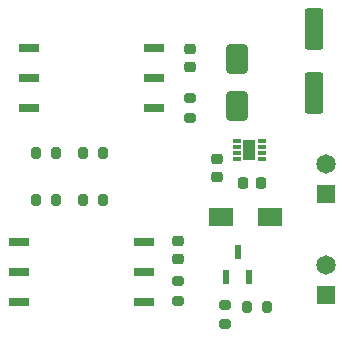
<source format=gtl>
%TF.GenerationSoftware,KiCad,Pcbnew,9.0.5-9.0.5~ubuntu24.04.1*%
%TF.CreationDate,2025-10-25T11:16:37+03:00*%
%TF.ProjectId,Blood pressure sensor,426c6f6f-6420-4707-9265-737375726520,rev?*%
%TF.SameCoordinates,Original*%
%TF.FileFunction,Copper,L1,Top*%
%TF.FilePolarity,Positive*%
%FSLAX46Y46*%
G04 Gerber Fmt 4.6, Leading zero omitted, Abs format (unit mm)*
G04 Created by KiCad (PCBNEW 9.0.5-9.0.5~ubuntu24.04.1) date 2025-10-25 11:16:37*
%MOMM*%
%LPD*%
G01*
G04 APERTURE LIST*
G04 Aperture macros list*
%AMRoundRect*
0 Rectangle with rounded corners*
0 $1 Rounding radius*
0 $2 $3 $4 $5 $6 $7 $8 $9 X,Y pos of 4 corners*
0 Add a 4 corners polygon primitive as box body*
4,1,4,$2,$3,$4,$5,$6,$7,$8,$9,$2,$3,0*
0 Add four circle primitives for the rounded corners*
1,1,$1+$1,$2,$3*
1,1,$1+$1,$4,$5*
1,1,$1+$1,$6,$7*
1,1,$1+$1,$8,$9*
0 Add four rect primitives between the rounded corners*
20,1,$1+$1,$2,$3,$4,$5,0*
20,1,$1+$1,$4,$5,$6,$7,0*
20,1,$1+$1,$6,$7,$8,$9,0*
20,1,$1+$1,$8,$9,$2,$3,0*%
G04 Aperture macros list end*
%TA.AperFunction,SMDPad,CuDef*%
%ADD10RoundRect,0.250000X-0.550000X1.500000X-0.550000X-1.500000X0.550000X-1.500000X0.550000X1.500000X0*%
%TD*%
%TA.AperFunction,SMDPad,CuDef*%
%ADD11RoundRect,0.200000X-0.200000X-0.275000X0.200000X-0.275000X0.200000X0.275000X-0.200000X0.275000X0*%
%TD*%
%TA.AperFunction,ComponentPad*%
%ADD12R,1.650000X1.650000*%
%TD*%
%TA.AperFunction,ComponentPad*%
%ADD13C,1.650000*%
%TD*%
%TA.AperFunction,SMDPad,CuDef*%
%ADD14RoundRect,0.225000X-0.225000X-0.250000X0.225000X-0.250000X0.225000X0.250000X-0.225000X0.250000X0*%
%TD*%
%TA.AperFunction,SMDPad,CuDef*%
%ADD15R,0.700000X0.300000*%
%TD*%
%TA.AperFunction,SMDPad,CuDef*%
%ADD16R,1.000000X1.700000*%
%TD*%
%TA.AperFunction,SMDPad,CuDef*%
%ADD17RoundRect,0.200000X0.275000X-0.200000X0.275000X0.200000X-0.275000X0.200000X-0.275000X-0.200000X0*%
%TD*%
%TA.AperFunction,SMDPad,CuDef*%
%ADD18R,2.100000X1.500000*%
%TD*%
%TA.AperFunction,SMDPad,CuDef*%
%ADD19RoundRect,0.225000X0.250000X-0.225000X0.250000X0.225000X-0.250000X0.225000X-0.250000X-0.225000X0*%
%TD*%
%TA.AperFunction,SMDPad,CuDef*%
%ADD20RoundRect,0.200000X0.200000X0.275000X-0.200000X0.275000X-0.200000X-0.275000X0.200000X-0.275000X0*%
%TD*%
%TA.AperFunction,SMDPad,CuDef*%
%ADD21R,0.600000X1.300000*%
%TD*%
%TA.AperFunction,SMDPad,CuDef*%
%ADD22R,1.750000X0.650000*%
%TD*%
%TA.AperFunction,SMDPad,CuDef*%
%ADD23RoundRect,0.200000X-0.275000X0.200000X-0.275000X-0.200000X0.275000X-0.200000X0.275000X0.200000X0*%
%TD*%
%TA.AperFunction,SMDPad,CuDef*%
%ADD24RoundRect,0.250000X-0.650000X1.000000X-0.650000X-1.000000X0.650000X-1.000000X0.650000X1.000000X0*%
%TD*%
G04 APERTURE END LIST*
D10*
%TO.P,C5,1*%
%TO.N,+6V*%
X138500000Y-77000000D03*
%TO.P,C5,2*%
%TO.N,GND*%
X138500000Y-82400000D03*
%TD*%
D11*
%TO.P,R5,1*%
%TO.N,+3.3V*%
X119000000Y-91500000D03*
%TO.P,R5,2*%
%TO.N,/MISO*%
X120650000Y-91500000D03*
%TD*%
D12*
%TO.P,J1,1,1*%
%TO.N,Net-(IC3-OUT1)*%
X139500000Y-91000000D03*
D13*
%TO.P,J1,2,2*%
%TO.N,Net-(IC3-OUT2)*%
X139500000Y-88460000D03*
%TD*%
D14*
%TO.P,C3,1*%
%TO.N,GND*%
X132500000Y-90000000D03*
%TO.P,C3,2*%
%TO.N,+6V*%
X134050000Y-90000000D03*
%TD*%
D15*
%TO.P,IC3,1,VM*%
%TO.N,+6V*%
X134100000Y-88000000D03*
%TO.P,IC3,2,OUT1*%
%TO.N,Net-(IC3-OUT1)*%
X134100000Y-87500000D03*
%TO.P,IC3,3,OUT2*%
%TO.N,Net-(IC3-OUT2)*%
X134100000Y-87000000D03*
%TO.P,IC3,4,GND*%
%TO.N,GND*%
X134100000Y-86500000D03*
%TO.P,IC3,5,IN2*%
%TO.N,/PWM2*%
X132000000Y-86500000D03*
%TO.P,IC3,6,IN1*%
%TO.N,/PWM1*%
X132000000Y-87000000D03*
%TO.P,IC3,7,NSLEEP*%
%TO.N,/SLEEP*%
X132000000Y-87500000D03*
%TO.P,IC3,8,VCC*%
%TO.N,+3.3V*%
X132000000Y-88000000D03*
D16*
%TO.P,IC3,9,EP*%
%TO.N,GND*%
X133050000Y-87250000D03*
%TD*%
D17*
%TO.P,R7,1*%
%TO.N,/VALVE*%
X131000000Y-102000000D03*
%TO.P,R7,2*%
%TO.N,Net-(Q1-G)*%
X131000000Y-100350000D03*
%TD*%
D11*
%TO.P,R2,1*%
%TO.N,+3.3V*%
X115000000Y-87500000D03*
%TO.P,R2,2*%
%TO.N,/MISO*%
X116650000Y-87500000D03*
%TD*%
D18*
%TO.P,D2,1,K*%
%TO.N,Net-(D2-K)*%
X130625000Y-92900000D03*
%TO.P,D2,2,A*%
%TO.N,+3.3V*%
X134825000Y-92900000D03*
%TD*%
D19*
%TO.P,C1,1*%
%TO.N,+3.3V*%
X128000000Y-80225000D03*
%TO.P,C1,2*%
%TO.N,GND*%
X128000000Y-78675000D03*
%TD*%
D20*
%TO.P,R3,1*%
%TO.N,/SCLK*%
X120650000Y-87500000D03*
%TO.P,R3,2*%
%TO.N,+3.3V*%
X119000000Y-87500000D03*
%TD*%
D21*
%TO.P,Q1,1,G*%
%TO.N,Net-(Q1-G)*%
X131100000Y-98000000D03*
%TO.P,Q1,2,S*%
%TO.N,GND*%
X133000000Y-98000000D03*
%TO.P,Q1,3,D*%
%TO.N,Net-(D2-K)*%
X132050000Y-95900000D03*
%TD*%
D22*
%TO.P,IC2,1,GND*%
%TO.N,GND*%
X124100000Y-95000000D03*
%TO.P,IC2,2,VSUPPLY*%
%TO.N,+3.3V*%
X124100000Y-97540000D03*
%TO.P,IC2,3,SS*%
%TO.N,/SS_2*%
X124100000Y-100080000D03*
%TO.P,IC2,4,NC*%
%TO.N,unconnected-(IC2-NC-Pad4)*%
X113500000Y-100080000D03*
%TO.P,IC2,5,MISO*%
%TO.N,/MISO*%
X113500000Y-97540000D03*
%TO.P,IC2,6,SCLK*%
%TO.N,/SCLK*%
X113500000Y-95000000D03*
%TD*%
D12*
%TO.P,J2,1,1*%
%TO.N,+3.3V*%
X139500000Y-99500000D03*
D13*
%TO.P,J2,2,2*%
%TO.N,Net-(D2-K)*%
X139500000Y-96960000D03*
%TD*%
D23*
%TO.P,R1,1*%
%TO.N,+3.3V*%
X128000000Y-82850000D03*
%TO.P,R1,2*%
%TO.N,/SS1*%
X128000000Y-84500000D03*
%TD*%
D24*
%TO.P,D1,1,A1*%
%TO.N,+6V*%
X132000000Y-79500000D03*
%TO.P,D1,2,A2*%
%TO.N,GND*%
X132000000Y-83500000D03*
%TD*%
D19*
%TO.P,C2,1*%
%TO.N,+3.3V*%
X127000000Y-96500000D03*
%TO.P,C2,2*%
%TO.N,GND*%
X127000000Y-94950000D03*
%TD*%
%TO.P,C4,1*%
%TO.N,GND*%
X130275000Y-89550000D03*
%TO.P,C4,2*%
%TO.N,+3.3V*%
X130275000Y-88000000D03*
%TD*%
D11*
%TO.P,R6,1*%
%TO.N,/SCLK*%
X115000000Y-91500000D03*
%TO.P,R6,2*%
%TO.N,+3.3V*%
X116650000Y-91500000D03*
%TD*%
D23*
%TO.P,R4,1*%
%TO.N,+3.3V*%
X127000000Y-98350000D03*
%TO.P,R4,2*%
%TO.N,/SS_2*%
X127000000Y-100000000D03*
%TD*%
D20*
%TO.P,R8,1*%
%TO.N,GND*%
X134500000Y-100500000D03*
%TO.P,R8,2*%
%TO.N,Net-(Q1-G)*%
X132850000Y-100500000D03*
%TD*%
D22*
%TO.P,IC1,1,GND*%
%TO.N,GND*%
X125000000Y-78595000D03*
%TO.P,IC1,2,VSUPPLY*%
%TO.N,+3.3V*%
X125000000Y-81135000D03*
%TO.P,IC1,3,SS*%
%TO.N,/SS1*%
X125000000Y-83675000D03*
%TO.P,IC1,4,NC*%
%TO.N,unconnected-(IC1-NC-Pad4)*%
X114400000Y-83675000D03*
%TO.P,IC1,5,MISO*%
%TO.N,/MISO*%
X114400000Y-81135000D03*
%TO.P,IC1,6,SCLK*%
%TO.N,/SCLK*%
X114400000Y-78595000D03*
%TD*%
M02*

</source>
